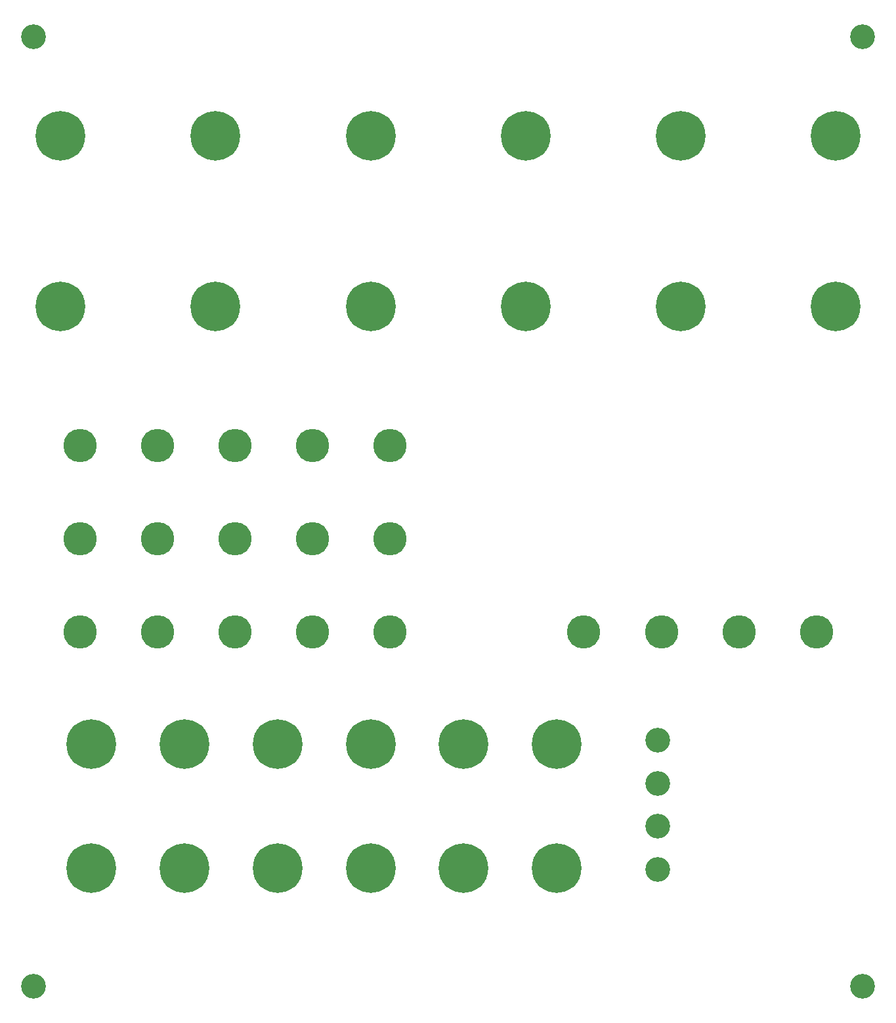
<source format=gbr>
%TF.GenerationSoftware,KiCad,Pcbnew,9.0.1*%
%TF.CreationDate,2025-05-20T15:03:03+01:00*%
%TF.ProjectId,dk2_05_panel,646b325f-3035-45f7-9061-6e656c2e6b69,rev?*%
%TF.SameCoordinates,Original*%
%TF.FileFunction,Soldermask,Bot*%
%TF.FilePolarity,Negative*%
%FSLAX46Y46*%
G04 Gerber Fmt 4.6, Leading zero omitted, Abs format (unit mm)*
G04 Created by KiCad (PCBNEW 9.0.1) date 2025-05-20 15:03:03*
%MOMM*%
%LPD*%
G01*
G04 APERTURE LIST*
%ADD10C,4.300000*%
%ADD11C,3.200000*%
%ADD12C,6.400000*%
G04 APERTURE END LIST*
D10*
%TO.C,H37*%
X157500000Y-109500000D03*
%TD*%
D11*
%TO.C,H4*%
X183450000Y-155250000D03*
%TD*%
D12*
%TO.C,H14*%
X144000000Y-124000000D03*
%TD*%
D10*
%TO.C,H35*%
X122500000Y-109500000D03*
%TD*%
D12*
%TO.C,H45*%
X180000000Y-45500000D03*
%TD*%
%TO.C,H41*%
X100000000Y-45500000D03*
%TD*%
%TO.C,H12*%
X120000000Y-124000000D03*
%TD*%
%TO.C,H20*%
X144000000Y-140000000D03*
%TD*%
%TO.C,H16*%
X96000000Y-140000000D03*
%TD*%
D10*
%TO.C,H23*%
X102500000Y-85500000D03*
%TD*%
D12*
%TO.C,H18*%
X120000000Y-140000000D03*
%TD*%
%TO.C,H42*%
X120000000Y-45500000D03*
%TD*%
D11*
%TO.C,H54*%
X157000000Y-134600000D03*
%TD*%
%TO.C,H52*%
X157000000Y-123500000D03*
%TD*%
D12*
%TO.C,H9*%
X84000000Y-124000000D03*
%TD*%
D10*
%TO.C,H39*%
X177500000Y-109500000D03*
%TD*%
D12*
%TO.C,H17*%
X108000000Y-140000000D03*
%TD*%
%TO.C,H46*%
X80000000Y-67500000D03*
%TD*%
%TO.C,H47*%
X100000000Y-67500000D03*
%TD*%
D11*
%TO.C,H3*%
X76550000Y-155250000D03*
%TD*%
D12*
%TO.C,H11*%
X108000000Y-124000000D03*
%TD*%
D10*
%TO.C,H38*%
X167500000Y-109500000D03*
%TD*%
%TO.C,H33*%
X102500000Y-109500000D03*
%TD*%
D12*
%TO.C,H19*%
X132000000Y-140000000D03*
%TD*%
D10*
%TO.C,H31*%
X82500000Y-109500000D03*
%TD*%
D12*
%TO.C,H15*%
X84000000Y-140000000D03*
%TD*%
D10*
%TO.C,H24*%
X112500000Y-85500000D03*
%TD*%
D12*
%TO.C,H48*%
X120000000Y-67500000D03*
%TD*%
%TO.C,H40*%
X80000000Y-45500000D03*
%TD*%
D10*
%TO.C,H34*%
X112500000Y-109500000D03*
%TD*%
%TO.C,H28*%
X102500000Y-97500000D03*
%TD*%
D11*
%TO.C,H2*%
X183450000Y-32750000D03*
%TD*%
D12*
%TO.C,H51*%
X180000000Y-67500000D03*
%TD*%
D10*
%TO.C,H27*%
X92500000Y-97500000D03*
%TD*%
D12*
%TO.C,H43*%
X140000000Y-45500000D03*
%TD*%
%TO.C,H50*%
X160000000Y-67500000D03*
%TD*%
D10*
%TO.C,H25*%
X122500000Y-85500000D03*
%TD*%
D11*
%TO.C,H53*%
X157000000Y-129050000D03*
%TD*%
D12*
%TO.C,H10*%
X96000000Y-124000000D03*
%TD*%
D10*
%TO.C,H32*%
X92500000Y-109500000D03*
%TD*%
%TO.C,H26*%
X82500000Y-97500000D03*
%TD*%
D12*
%TO.C,H13*%
X132000000Y-124000000D03*
%TD*%
D10*
%TO.C,H21*%
X82500000Y-85500000D03*
%TD*%
%TO.C,H30*%
X122500000Y-97500000D03*
%TD*%
D11*
%TO.C,H1*%
X76550000Y-32750000D03*
%TD*%
D10*
%TO.C,H22*%
X92500000Y-85500000D03*
%TD*%
D11*
%TO.C,H55*%
X157000000Y-140150000D03*
%TD*%
D10*
%TO.C,H36*%
X147500000Y-109500000D03*
%TD*%
D12*
%TO.C,H49*%
X140000000Y-67500000D03*
%TD*%
%TO.C,H44*%
X160000000Y-45500000D03*
%TD*%
D10*
%TO.C,H29*%
X112500000Y-97500000D03*
%TD*%
M02*

</source>
